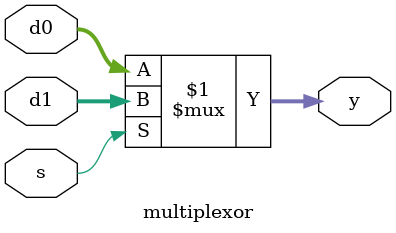
<source format=sv>
module multiplexor #(parameter WIDTH = 8)
	(input logic [WIDTH-1:0] d0, d1,
	input logic s,
	output logic [WIDTH-1:0] y);

	assign y = s ? d1 : d0;

endmodule
</source>
